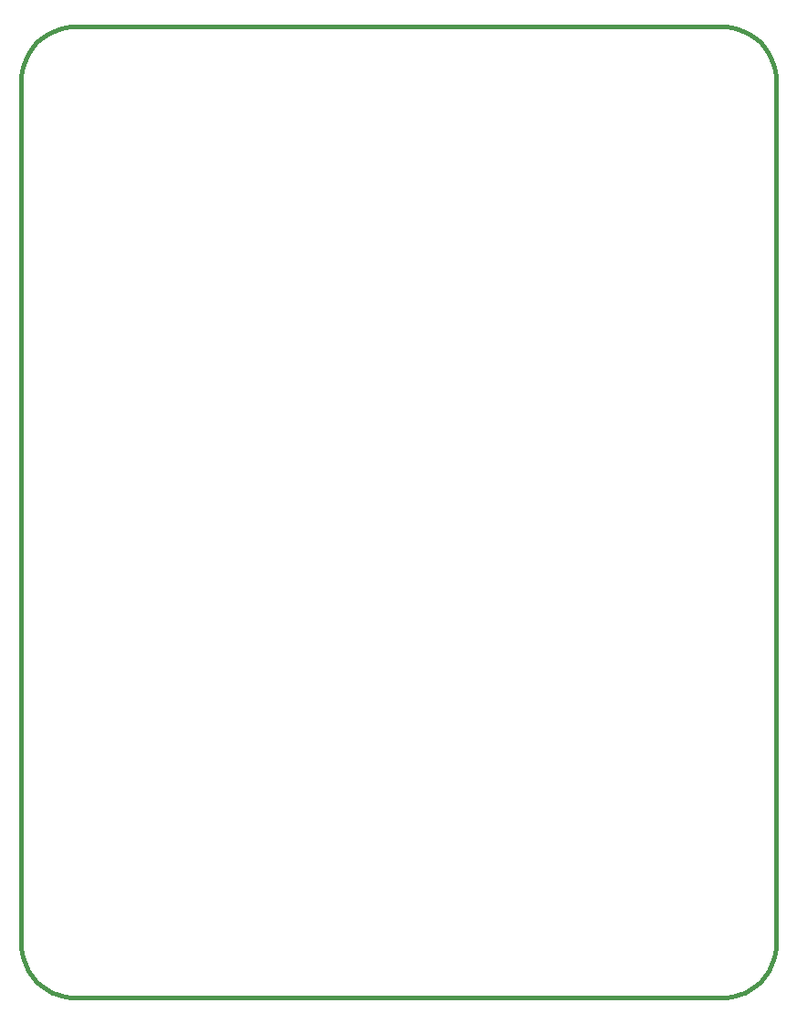
<source format=gbr>
G04 (created by PCBNEW-RS274X (2011-nov-30)-testing) date Mon 05 Mar 2012 05:04:35 PM PST*
G01*
G70*
G90*
%MOIN*%
G04 Gerber Fmt 3.4, Leading zero omitted, Abs format*
%FSLAX34Y34*%
G04 APERTURE LIST*
%ADD10C,0.006000*%
%ADD11C,0.015000*%
G04 APERTURE END LIST*
G54D10*
G54D11*
X45276Y-55118D02*
X45447Y-55110D01*
X45617Y-55088D01*
X45785Y-55050D01*
X45949Y-54999D01*
X46107Y-54933D01*
X46260Y-54854D01*
X46404Y-54762D01*
X46541Y-54657D01*
X46667Y-54541D01*
X46783Y-54415D01*
X46888Y-54278D01*
X46980Y-54133D01*
X47059Y-53981D01*
X47125Y-53823D01*
X47176Y-53659D01*
X47214Y-53491D01*
X47236Y-53321D01*
X47244Y-53150D01*
X19686Y-53150D02*
X19694Y-53321D01*
X19716Y-53491D01*
X19754Y-53659D01*
X19805Y-53823D01*
X19871Y-53981D01*
X19950Y-54133D01*
X20042Y-54278D01*
X20147Y-54415D01*
X20263Y-54541D01*
X20389Y-54657D01*
X20526Y-54762D01*
X20671Y-54854D01*
X20823Y-54933D01*
X20981Y-54999D01*
X21145Y-55050D01*
X21313Y-55088D01*
X21483Y-55110D01*
X21654Y-55118D01*
X21654Y-19685D02*
X21483Y-19693D01*
X21313Y-19715D01*
X21145Y-19753D01*
X20981Y-19804D01*
X20822Y-19870D01*
X20670Y-19949D01*
X20525Y-20042D01*
X20389Y-20146D01*
X20262Y-20262D01*
X20146Y-20389D01*
X20042Y-20525D01*
X19949Y-20670D01*
X19870Y-20822D01*
X19804Y-20981D01*
X19753Y-21145D01*
X19715Y-21313D01*
X19693Y-21483D01*
X19685Y-21654D01*
X47245Y-21654D02*
X47237Y-21483D01*
X47215Y-21313D01*
X47177Y-21145D01*
X47126Y-20981D01*
X47060Y-20822D01*
X46981Y-20670D01*
X46888Y-20525D01*
X46784Y-20389D01*
X46668Y-20262D01*
X46541Y-20146D01*
X46405Y-20042D01*
X46260Y-19949D01*
X46108Y-19870D01*
X45949Y-19804D01*
X45785Y-19753D01*
X45617Y-19715D01*
X45447Y-19693D01*
X45276Y-19685D01*
X21654Y-19685D02*
X45276Y-19685D01*
X47244Y-53150D02*
X47244Y-21654D01*
X21654Y-55118D02*
X45276Y-55118D01*
X19685Y-21654D02*
X19685Y-53150D01*
M02*

</source>
